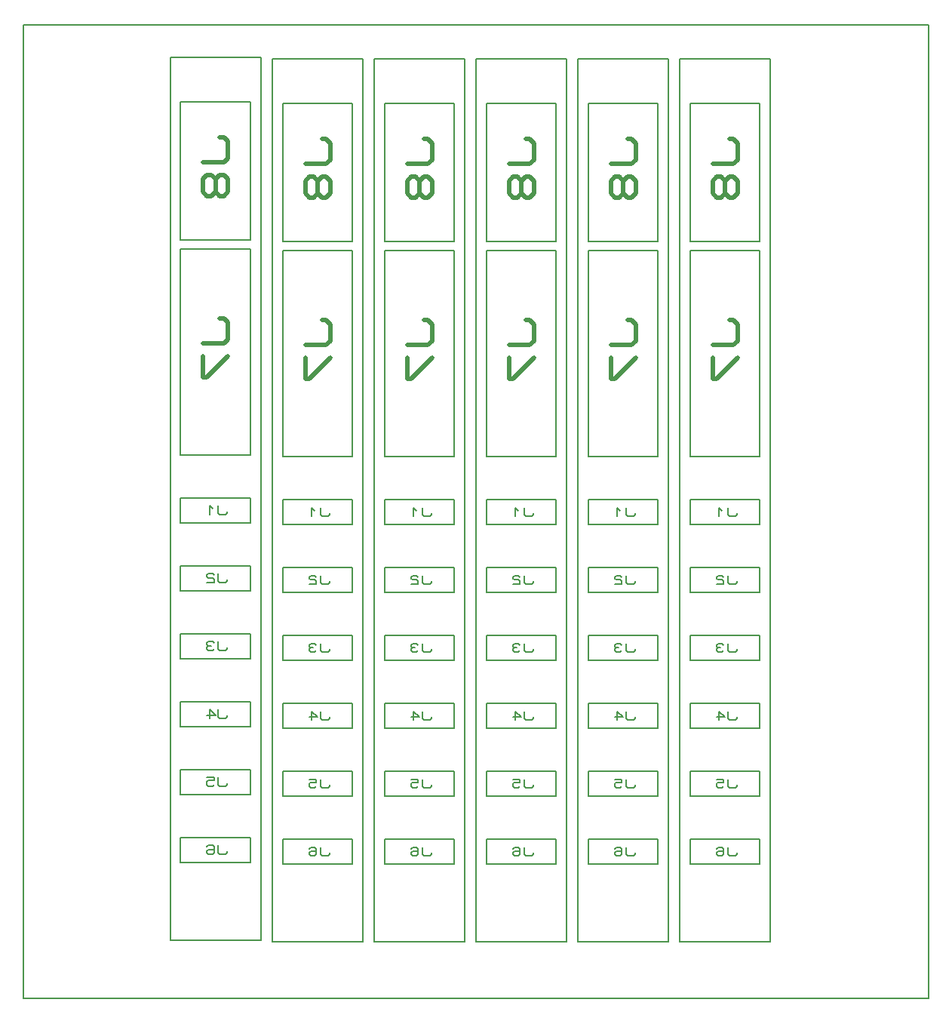
<source format=gbr>
G04 PROTEUS RS274X GERBER FILE*
%FSLAX45Y45*%
%MOMM*%
G01*
%ADD13C,0.203200*%
%ADD32C,0.469390*%
%ADD33C,0.164590*%
D13*
X-3435294Y-2648588D02*
X-2419294Y-2648588D01*
X-2419294Y+7257412D01*
X-3435294Y+7257412D01*
X-3435294Y-2648588D01*
X-3318454Y+5215252D02*
X-2536134Y+5215252D01*
X-2536134Y+6759572D01*
X-3318454Y+6759572D01*
X-3318454Y+5215252D01*
D32*
X-2880354Y+6362925D02*
X-2833415Y+6362925D01*
X-2786476Y+6315986D01*
X-2786476Y+6128230D01*
X-2833415Y+6081291D01*
X-3068111Y+6081291D01*
X-2927294Y+5893534D02*
X-2974233Y+5940473D01*
X-3021172Y+5940473D01*
X-3068111Y+5893534D01*
X-3068111Y+5752717D01*
X-3021172Y+5705778D01*
X-2974233Y+5705778D01*
X-2927294Y+5752717D01*
X-2927294Y+5893534D01*
X-2880354Y+5940473D01*
X-2833415Y+5940473D01*
X-2786476Y+5893534D01*
X-2786476Y+5752717D01*
X-2833415Y+5705778D01*
X-2880354Y+5705778D01*
X-2927294Y+5752717D01*
D13*
X-3318454Y+2802252D02*
X-2536134Y+2802252D01*
X-2536134Y+5108572D01*
X-3318454Y+5108572D01*
X-3318454Y+2802252D01*
D32*
X-2880354Y+4330925D02*
X-2833415Y+4330925D01*
X-2786476Y+4283986D01*
X-2786476Y+4096230D01*
X-2833415Y+4049291D01*
X-3068111Y+4049291D01*
X-3068111Y+3908473D02*
X-3068111Y+3673778D01*
X-3021172Y+3673778D01*
X-2786476Y+3908473D01*
D13*
X-3318454Y+2040252D02*
X-2536134Y+2040252D01*
X-2536134Y+2314572D01*
X-3318454Y+2314572D01*
X-3318454Y+2040252D01*
D33*
X-2795621Y+2160952D02*
X-2795621Y+2144493D01*
X-2812080Y+2128034D01*
X-2877916Y+2128034D01*
X-2894375Y+2144493D01*
X-2894375Y+2226789D01*
X-2960212Y+2193871D02*
X-2993130Y+2226789D01*
X-2993130Y+2128034D01*
D13*
X-3318454Y+1278252D02*
X-2536134Y+1278252D01*
X-2536134Y+1552572D01*
X-3318454Y+1552572D01*
X-3318454Y+1278252D01*
D33*
X-2795621Y+1398952D02*
X-2795621Y+1382493D01*
X-2812080Y+1366034D01*
X-2877916Y+1366034D01*
X-2894375Y+1382493D01*
X-2894375Y+1464789D01*
X-2943753Y+1448330D02*
X-2960212Y+1464789D01*
X-3009589Y+1464789D01*
X-3026048Y+1448330D01*
X-3026048Y+1431871D01*
X-3009589Y+1415412D01*
X-2960212Y+1415412D01*
X-2943753Y+1398952D01*
X-2943753Y+1366034D01*
X-3026048Y+1366034D01*
D13*
X-3318454Y+516252D02*
X-2536134Y+516252D01*
X-2536134Y+790572D01*
X-3318454Y+790572D01*
X-3318454Y+516252D01*
D33*
X-2795621Y+636952D02*
X-2795621Y+620493D01*
X-2812080Y+604034D01*
X-2877916Y+604034D01*
X-2894375Y+620493D01*
X-2894375Y+702789D01*
X-2943753Y+686330D02*
X-2960212Y+702789D01*
X-3009589Y+702789D01*
X-3026048Y+686330D01*
X-3026048Y+669871D01*
X-3009589Y+653412D01*
X-3026048Y+636952D01*
X-3026048Y+620493D01*
X-3009589Y+604034D01*
X-2960212Y+604034D01*
X-2943753Y+620493D01*
X-2976671Y+653412D02*
X-3009589Y+653412D01*
D13*
X-3318454Y-245748D02*
X-2536134Y-245748D01*
X-2536134Y+28572D01*
X-3318454Y+28572D01*
X-3318454Y-245748D01*
D33*
X-2795621Y-125048D02*
X-2795621Y-141507D01*
X-2812080Y-157966D01*
X-2877916Y-157966D01*
X-2894375Y-141507D01*
X-2894375Y-59211D01*
X-3026048Y-125048D02*
X-2927294Y-125048D01*
X-2993130Y-59211D01*
X-2993130Y-157966D01*
D13*
X-3318454Y-1007748D02*
X-2536134Y-1007748D01*
X-2536134Y-733428D01*
X-3318454Y-733428D01*
X-3318454Y-1007748D01*
D33*
X-2795621Y-887048D02*
X-2795621Y-903507D01*
X-2812080Y-919966D01*
X-2877916Y-919966D01*
X-2894375Y-903507D01*
X-2894375Y-821211D01*
X-3026048Y-821211D02*
X-2943753Y-821211D01*
X-2943753Y-854129D01*
X-3009589Y-854129D01*
X-3026048Y-870588D01*
X-3026048Y-903507D01*
X-3009589Y-919966D01*
X-2960212Y-919966D01*
X-2943753Y-903507D01*
D13*
X-3318454Y-1769748D02*
X-2536134Y-1769748D01*
X-2536134Y-1495428D01*
X-3318454Y-1495428D01*
X-3318454Y-1769748D01*
D33*
X-2795621Y-1649048D02*
X-2795621Y-1665507D01*
X-2812080Y-1681966D01*
X-2877916Y-1681966D01*
X-2894375Y-1665507D01*
X-2894375Y-1583211D01*
X-3026048Y-1599670D02*
X-3009589Y-1583211D01*
X-2960212Y-1583211D01*
X-2943753Y-1599670D01*
X-2943753Y-1665507D01*
X-2960212Y-1681966D01*
X-3009589Y-1681966D01*
X-3026048Y-1665507D01*
X-3026048Y-1649048D01*
X-3009589Y-1632588D01*
X-2943753Y-1632588D01*
X-2943753Y-1632588D01*
D13*
X-2286000Y-2667000D02*
X-1270000Y-2667000D01*
X-1270000Y+7239000D01*
X-2286000Y+7239000D01*
X-2286000Y-2667000D01*
X-2169160Y+5196840D02*
X-1386840Y+5196840D01*
X-1386840Y+6741160D01*
X-2169160Y+6741160D01*
X-2169160Y+5196840D01*
D32*
X-1731060Y+6344513D02*
X-1684121Y+6344513D01*
X-1637182Y+6297574D01*
X-1637182Y+6109818D01*
X-1684121Y+6062879D01*
X-1918817Y+6062879D01*
X-1778000Y+5875122D02*
X-1824939Y+5922061D01*
X-1871878Y+5922061D01*
X-1918817Y+5875122D01*
X-1918817Y+5734305D01*
X-1871878Y+5687366D01*
X-1824939Y+5687366D01*
X-1778000Y+5734305D01*
X-1778000Y+5875122D01*
X-1731060Y+5922061D01*
X-1684121Y+5922061D01*
X-1637182Y+5875122D01*
X-1637182Y+5734305D01*
X-1684121Y+5687366D01*
X-1731060Y+5687366D01*
X-1778000Y+5734305D01*
D13*
X-2169160Y+2783840D02*
X-1386840Y+2783840D01*
X-1386840Y+5090160D01*
X-2169160Y+5090160D01*
X-2169160Y+2783840D01*
D32*
X-1731060Y+4312513D02*
X-1684121Y+4312513D01*
X-1637182Y+4265574D01*
X-1637182Y+4077818D01*
X-1684121Y+4030879D01*
X-1918817Y+4030879D01*
X-1918817Y+3890061D02*
X-1918817Y+3655366D01*
X-1871878Y+3655366D01*
X-1637182Y+3890061D01*
D13*
X-2169160Y+2021840D02*
X-1386840Y+2021840D01*
X-1386840Y+2296160D01*
X-2169160Y+2296160D01*
X-2169160Y+2021840D01*
D33*
X-1646327Y+2142540D02*
X-1646327Y+2126081D01*
X-1662786Y+2109622D01*
X-1728622Y+2109622D01*
X-1745081Y+2126081D01*
X-1745081Y+2208377D01*
X-1810918Y+2175459D02*
X-1843836Y+2208377D01*
X-1843836Y+2109622D01*
D13*
X-2169160Y+1259840D02*
X-1386840Y+1259840D01*
X-1386840Y+1534160D01*
X-2169160Y+1534160D01*
X-2169160Y+1259840D01*
D33*
X-1646327Y+1380540D02*
X-1646327Y+1364081D01*
X-1662786Y+1347622D01*
X-1728622Y+1347622D01*
X-1745081Y+1364081D01*
X-1745081Y+1446377D01*
X-1794459Y+1429918D02*
X-1810918Y+1446377D01*
X-1860295Y+1446377D01*
X-1876754Y+1429918D01*
X-1876754Y+1413459D01*
X-1860295Y+1397000D01*
X-1810918Y+1397000D01*
X-1794459Y+1380540D01*
X-1794459Y+1347622D01*
X-1876754Y+1347622D01*
D13*
X-2169160Y+497840D02*
X-1386840Y+497840D01*
X-1386840Y+772160D01*
X-2169160Y+772160D01*
X-2169160Y+497840D01*
D33*
X-1646327Y+618540D02*
X-1646327Y+602081D01*
X-1662786Y+585622D01*
X-1728622Y+585622D01*
X-1745081Y+602081D01*
X-1745081Y+684377D01*
X-1794459Y+667918D02*
X-1810918Y+684377D01*
X-1860295Y+684377D01*
X-1876754Y+667918D01*
X-1876754Y+651459D01*
X-1860295Y+635000D01*
X-1876754Y+618540D01*
X-1876754Y+602081D01*
X-1860295Y+585622D01*
X-1810918Y+585622D01*
X-1794459Y+602081D01*
X-1827377Y+635000D02*
X-1860295Y+635000D01*
D13*
X-2169160Y-264160D02*
X-1386840Y-264160D01*
X-1386840Y+10160D01*
X-2169160Y+10160D01*
X-2169160Y-264160D01*
D33*
X-1646327Y-143460D02*
X-1646327Y-159919D01*
X-1662786Y-176378D01*
X-1728622Y-176378D01*
X-1745081Y-159919D01*
X-1745081Y-77623D01*
X-1876754Y-143460D02*
X-1778000Y-143460D01*
X-1843836Y-77623D01*
X-1843836Y-176378D01*
D13*
X-2169160Y-1026160D02*
X-1386840Y-1026160D01*
X-1386840Y-751840D01*
X-2169160Y-751840D01*
X-2169160Y-1026160D01*
D33*
X-1646327Y-905460D02*
X-1646327Y-921919D01*
X-1662786Y-938378D01*
X-1728622Y-938378D01*
X-1745081Y-921919D01*
X-1745081Y-839623D01*
X-1876754Y-839623D02*
X-1794459Y-839623D01*
X-1794459Y-872541D01*
X-1860295Y-872541D01*
X-1876754Y-889000D01*
X-1876754Y-921919D01*
X-1860295Y-938378D01*
X-1810918Y-938378D01*
X-1794459Y-921919D01*
D13*
X-2169160Y-1788160D02*
X-1386840Y-1788160D01*
X-1386840Y-1513840D01*
X-2169160Y-1513840D01*
X-2169160Y-1788160D01*
D33*
X-1646327Y-1667460D02*
X-1646327Y-1683919D01*
X-1662786Y-1700378D01*
X-1728622Y-1700378D01*
X-1745081Y-1683919D01*
X-1745081Y-1601623D01*
X-1876754Y-1618082D02*
X-1860295Y-1601623D01*
X-1810918Y-1601623D01*
X-1794459Y-1618082D01*
X-1794459Y-1683919D01*
X-1810918Y-1700378D01*
X-1860295Y-1700378D01*
X-1876754Y-1683919D01*
X-1876754Y-1667460D01*
X-1860295Y-1651000D01*
X-1794459Y-1651000D01*
X-1794459Y-1651000D01*
D13*
X-1143000Y-2667000D02*
X-127000Y-2667000D01*
X-127000Y+7239000D01*
X-1143000Y+7239000D01*
X-1143000Y-2667000D01*
X-1026160Y+5196840D02*
X-243840Y+5196840D01*
X-243840Y+6741160D01*
X-1026160Y+6741160D01*
X-1026160Y+5196840D01*
D32*
X-588060Y+6344513D02*
X-541121Y+6344513D01*
X-494182Y+6297574D01*
X-494182Y+6109818D01*
X-541121Y+6062879D01*
X-775817Y+6062879D01*
X-635000Y+5875122D02*
X-681939Y+5922061D01*
X-728878Y+5922061D01*
X-775817Y+5875122D01*
X-775817Y+5734305D01*
X-728878Y+5687366D01*
X-681939Y+5687366D01*
X-635000Y+5734305D01*
X-635000Y+5875122D01*
X-588060Y+5922061D01*
X-541121Y+5922061D01*
X-494182Y+5875122D01*
X-494182Y+5734305D01*
X-541121Y+5687366D01*
X-588060Y+5687366D01*
X-635000Y+5734305D01*
D13*
X-1026160Y+2783840D02*
X-243840Y+2783840D01*
X-243840Y+5090160D01*
X-1026160Y+5090160D01*
X-1026160Y+2783840D01*
D32*
X-588060Y+4312513D02*
X-541121Y+4312513D01*
X-494182Y+4265574D01*
X-494182Y+4077818D01*
X-541121Y+4030879D01*
X-775817Y+4030879D01*
X-775817Y+3890061D02*
X-775817Y+3655366D01*
X-728878Y+3655366D01*
X-494182Y+3890061D01*
D13*
X-1026160Y+2021840D02*
X-243840Y+2021840D01*
X-243840Y+2296160D01*
X-1026160Y+2296160D01*
X-1026160Y+2021840D01*
D33*
X-503327Y+2142540D02*
X-503327Y+2126081D01*
X-519786Y+2109622D01*
X-585622Y+2109622D01*
X-602081Y+2126081D01*
X-602081Y+2208377D01*
X-667918Y+2175459D02*
X-700836Y+2208377D01*
X-700836Y+2109622D01*
D13*
X-1026160Y+1259840D02*
X-243840Y+1259840D01*
X-243840Y+1534160D01*
X-1026160Y+1534160D01*
X-1026160Y+1259840D01*
D33*
X-503327Y+1380540D02*
X-503327Y+1364081D01*
X-519786Y+1347622D01*
X-585622Y+1347622D01*
X-602081Y+1364081D01*
X-602081Y+1446377D01*
X-651459Y+1429918D02*
X-667918Y+1446377D01*
X-717295Y+1446377D01*
X-733754Y+1429918D01*
X-733754Y+1413459D01*
X-717295Y+1397000D01*
X-667918Y+1397000D01*
X-651459Y+1380540D01*
X-651459Y+1347622D01*
X-733754Y+1347622D01*
D13*
X-1026160Y+497840D02*
X-243840Y+497840D01*
X-243840Y+772160D01*
X-1026160Y+772160D01*
X-1026160Y+497840D01*
D33*
X-503327Y+618540D02*
X-503327Y+602081D01*
X-519786Y+585622D01*
X-585622Y+585622D01*
X-602081Y+602081D01*
X-602081Y+684377D01*
X-651459Y+667918D02*
X-667918Y+684377D01*
X-717295Y+684377D01*
X-733754Y+667918D01*
X-733754Y+651459D01*
X-717295Y+635000D01*
X-733754Y+618540D01*
X-733754Y+602081D01*
X-717295Y+585622D01*
X-667918Y+585622D01*
X-651459Y+602081D01*
X-684377Y+635000D02*
X-717295Y+635000D01*
D13*
X-1026160Y-264160D02*
X-243840Y-264160D01*
X-243840Y+10160D01*
X-1026160Y+10160D01*
X-1026160Y-264160D01*
D33*
X-503327Y-143460D02*
X-503327Y-159919D01*
X-519786Y-176378D01*
X-585622Y-176378D01*
X-602081Y-159919D01*
X-602081Y-77623D01*
X-733754Y-143460D02*
X-635000Y-143460D01*
X-700836Y-77623D01*
X-700836Y-176378D01*
D13*
X-1026160Y-1026160D02*
X-243840Y-1026160D01*
X-243840Y-751840D01*
X-1026160Y-751840D01*
X-1026160Y-1026160D01*
D33*
X-503327Y-905460D02*
X-503327Y-921919D01*
X-519786Y-938378D01*
X-585622Y-938378D01*
X-602081Y-921919D01*
X-602081Y-839623D01*
X-733754Y-839623D02*
X-651459Y-839623D01*
X-651459Y-872541D01*
X-717295Y-872541D01*
X-733754Y-889000D01*
X-733754Y-921919D01*
X-717295Y-938378D01*
X-667918Y-938378D01*
X-651459Y-921919D01*
D13*
X-1026160Y-1788160D02*
X-243840Y-1788160D01*
X-243840Y-1513840D01*
X-1026160Y-1513840D01*
X-1026160Y-1788160D01*
D33*
X-503327Y-1667460D02*
X-503327Y-1683919D01*
X-519786Y-1700378D01*
X-585622Y-1700378D01*
X-602081Y-1683919D01*
X-602081Y-1601623D01*
X-733754Y-1618082D02*
X-717295Y-1601623D01*
X-667918Y-1601623D01*
X-651459Y-1618082D01*
X-651459Y-1683919D01*
X-667918Y-1700378D01*
X-717295Y-1700378D01*
X-733754Y-1683919D01*
X-733754Y-1667460D01*
X-717295Y-1651000D01*
X-651459Y-1651000D01*
X-651459Y-1651000D01*
D13*
X+0Y-2667000D02*
X+1016000Y-2667000D01*
X+1016000Y+7239000D01*
X+0Y+7239000D01*
X+0Y-2667000D01*
X+116840Y+5196840D02*
X+899160Y+5196840D01*
X+899160Y+6741160D01*
X+116840Y+6741160D01*
X+116840Y+5196840D01*
D32*
X+554940Y+6344513D02*
X+601879Y+6344513D01*
X+648818Y+6297574D01*
X+648818Y+6109818D01*
X+601879Y+6062879D01*
X+367183Y+6062879D01*
X+508000Y+5875122D02*
X+461061Y+5922061D01*
X+414122Y+5922061D01*
X+367183Y+5875122D01*
X+367183Y+5734305D01*
X+414122Y+5687366D01*
X+461061Y+5687366D01*
X+508000Y+5734305D01*
X+508000Y+5875122D01*
X+554940Y+5922061D01*
X+601879Y+5922061D01*
X+648818Y+5875122D01*
X+648818Y+5734305D01*
X+601879Y+5687366D01*
X+554940Y+5687366D01*
X+508000Y+5734305D01*
D13*
X+116840Y+2783840D02*
X+899160Y+2783840D01*
X+899160Y+5090160D01*
X+116840Y+5090160D01*
X+116840Y+2783840D01*
D32*
X+554940Y+4312513D02*
X+601879Y+4312513D01*
X+648818Y+4265574D01*
X+648818Y+4077818D01*
X+601879Y+4030879D01*
X+367183Y+4030879D01*
X+367183Y+3890061D02*
X+367183Y+3655366D01*
X+414122Y+3655366D01*
X+648818Y+3890061D01*
D13*
X+116840Y+2021840D02*
X+899160Y+2021840D01*
X+899160Y+2296160D01*
X+116840Y+2296160D01*
X+116840Y+2021840D01*
D33*
X+639673Y+2142540D02*
X+639673Y+2126081D01*
X+623214Y+2109622D01*
X+557378Y+2109622D01*
X+540919Y+2126081D01*
X+540919Y+2208377D01*
X+475082Y+2175459D02*
X+442164Y+2208377D01*
X+442164Y+2109622D01*
D13*
X+116840Y+1259840D02*
X+899160Y+1259840D01*
X+899160Y+1534160D01*
X+116840Y+1534160D01*
X+116840Y+1259840D01*
D33*
X+639673Y+1380540D02*
X+639673Y+1364081D01*
X+623214Y+1347622D01*
X+557378Y+1347622D01*
X+540919Y+1364081D01*
X+540919Y+1446377D01*
X+491541Y+1429918D02*
X+475082Y+1446377D01*
X+425705Y+1446377D01*
X+409246Y+1429918D01*
X+409246Y+1413459D01*
X+425705Y+1397000D01*
X+475082Y+1397000D01*
X+491541Y+1380540D01*
X+491541Y+1347622D01*
X+409246Y+1347622D01*
D13*
X+116840Y+497840D02*
X+899160Y+497840D01*
X+899160Y+772160D01*
X+116840Y+772160D01*
X+116840Y+497840D01*
D33*
X+639673Y+618540D02*
X+639673Y+602081D01*
X+623214Y+585622D01*
X+557378Y+585622D01*
X+540919Y+602081D01*
X+540919Y+684377D01*
X+491541Y+667918D02*
X+475082Y+684377D01*
X+425705Y+684377D01*
X+409246Y+667918D01*
X+409246Y+651459D01*
X+425705Y+635000D01*
X+409246Y+618540D01*
X+409246Y+602081D01*
X+425705Y+585622D01*
X+475082Y+585622D01*
X+491541Y+602081D01*
X+458623Y+635000D02*
X+425705Y+635000D01*
D13*
X+116840Y-264160D02*
X+899160Y-264160D01*
X+899160Y+10160D01*
X+116840Y+10160D01*
X+116840Y-264160D01*
D33*
X+639673Y-143460D02*
X+639673Y-159919D01*
X+623214Y-176378D01*
X+557378Y-176378D01*
X+540919Y-159919D01*
X+540919Y-77623D01*
X+409246Y-143460D02*
X+508000Y-143460D01*
X+442164Y-77623D01*
X+442164Y-176378D01*
D13*
X+116840Y-1026160D02*
X+899160Y-1026160D01*
X+899160Y-751840D01*
X+116840Y-751840D01*
X+116840Y-1026160D01*
D33*
X+639673Y-905460D02*
X+639673Y-921919D01*
X+623214Y-938378D01*
X+557378Y-938378D01*
X+540919Y-921919D01*
X+540919Y-839623D01*
X+409246Y-839623D02*
X+491541Y-839623D01*
X+491541Y-872541D01*
X+425705Y-872541D01*
X+409246Y-889000D01*
X+409246Y-921919D01*
X+425705Y-938378D01*
X+475082Y-938378D01*
X+491541Y-921919D01*
D13*
X+116840Y-1788160D02*
X+899160Y-1788160D01*
X+899160Y-1513840D01*
X+116840Y-1513840D01*
X+116840Y-1788160D01*
D33*
X+639673Y-1667460D02*
X+639673Y-1683919D01*
X+623214Y-1700378D01*
X+557378Y-1700378D01*
X+540919Y-1683919D01*
X+540919Y-1601623D01*
X+409246Y-1618082D02*
X+425705Y-1601623D01*
X+475082Y-1601623D01*
X+491541Y-1618082D01*
X+491541Y-1683919D01*
X+475082Y-1700378D01*
X+425705Y-1700378D01*
X+409246Y-1683919D01*
X+409246Y-1667460D01*
X+425705Y-1651000D01*
X+491541Y-1651000D01*
X+491541Y-1651000D01*
D13*
X+1143000Y-2667000D02*
X+2159000Y-2667000D01*
X+2159000Y+7239000D01*
X+1143000Y+7239000D01*
X+1143000Y-2667000D01*
X+1259840Y+5196840D02*
X+2042160Y+5196840D01*
X+2042160Y+6741160D01*
X+1259840Y+6741160D01*
X+1259840Y+5196840D01*
D32*
X+1697940Y+6344513D02*
X+1744879Y+6344513D01*
X+1791818Y+6297574D01*
X+1791818Y+6109818D01*
X+1744879Y+6062879D01*
X+1510183Y+6062879D01*
X+1651000Y+5875122D02*
X+1604061Y+5922061D01*
X+1557122Y+5922061D01*
X+1510183Y+5875122D01*
X+1510183Y+5734305D01*
X+1557122Y+5687366D01*
X+1604061Y+5687366D01*
X+1651000Y+5734305D01*
X+1651000Y+5875122D01*
X+1697940Y+5922061D01*
X+1744879Y+5922061D01*
X+1791818Y+5875122D01*
X+1791818Y+5734305D01*
X+1744879Y+5687366D01*
X+1697940Y+5687366D01*
X+1651000Y+5734305D01*
D13*
X+1259840Y+2783840D02*
X+2042160Y+2783840D01*
X+2042160Y+5090160D01*
X+1259840Y+5090160D01*
X+1259840Y+2783840D01*
D32*
X+1697940Y+4312513D02*
X+1744879Y+4312513D01*
X+1791818Y+4265574D01*
X+1791818Y+4077818D01*
X+1744879Y+4030879D01*
X+1510183Y+4030879D01*
X+1510183Y+3890061D02*
X+1510183Y+3655366D01*
X+1557122Y+3655366D01*
X+1791818Y+3890061D01*
D13*
X+1259840Y+2021840D02*
X+2042160Y+2021840D01*
X+2042160Y+2296160D01*
X+1259840Y+2296160D01*
X+1259840Y+2021840D01*
D33*
X+1782673Y+2142540D02*
X+1782673Y+2126081D01*
X+1766214Y+2109622D01*
X+1700378Y+2109622D01*
X+1683919Y+2126081D01*
X+1683919Y+2208377D01*
X+1618082Y+2175459D02*
X+1585164Y+2208377D01*
X+1585164Y+2109622D01*
D13*
X+1259840Y+1259840D02*
X+2042160Y+1259840D01*
X+2042160Y+1534160D01*
X+1259840Y+1534160D01*
X+1259840Y+1259840D01*
D33*
X+1782673Y+1380540D02*
X+1782673Y+1364081D01*
X+1766214Y+1347622D01*
X+1700378Y+1347622D01*
X+1683919Y+1364081D01*
X+1683919Y+1446377D01*
X+1634541Y+1429918D02*
X+1618082Y+1446377D01*
X+1568705Y+1446377D01*
X+1552246Y+1429918D01*
X+1552246Y+1413459D01*
X+1568705Y+1397000D01*
X+1618082Y+1397000D01*
X+1634541Y+1380540D01*
X+1634541Y+1347622D01*
X+1552246Y+1347622D01*
D13*
X+1259840Y+497840D02*
X+2042160Y+497840D01*
X+2042160Y+772160D01*
X+1259840Y+772160D01*
X+1259840Y+497840D01*
D33*
X+1782673Y+618540D02*
X+1782673Y+602081D01*
X+1766214Y+585622D01*
X+1700378Y+585622D01*
X+1683919Y+602081D01*
X+1683919Y+684377D01*
X+1634541Y+667918D02*
X+1618082Y+684377D01*
X+1568705Y+684377D01*
X+1552246Y+667918D01*
X+1552246Y+651459D01*
X+1568705Y+635000D01*
X+1552246Y+618540D01*
X+1552246Y+602081D01*
X+1568705Y+585622D01*
X+1618082Y+585622D01*
X+1634541Y+602081D01*
X+1601623Y+635000D02*
X+1568705Y+635000D01*
D13*
X+1259840Y-264160D02*
X+2042160Y-264160D01*
X+2042160Y+10160D01*
X+1259840Y+10160D01*
X+1259840Y-264160D01*
D33*
X+1782673Y-143460D02*
X+1782673Y-159919D01*
X+1766214Y-176378D01*
X+1700378Y-176378D01*
X+1683919Y-159919D01*
X+1683919Y-77623D01*
X+1552246Y-143460D02*
X+1651000Y-143460D01*
X+1585164Y-77623D01*
X+1585164Y-176378D01*
D13*
X+1259840Y-1026160D02*
X+2042160Y-1026160D01*
X+2042160Y-751840D01*
X+1259840Y-751840D01*
X+1259840Y-1026160D01*
D33*
X+1782673Y-905460D02*
X+1782673Y-921919D01*
X+1766214Y-938378D01*
X+1700378Y-938378D01*
X+1683919Y-921919D01*
X+1683919Y-839623D01*
X+1552246Y-839623D02*
X+1634541Y-839623D01*
X+1634541Y-872541D01*
X+1568705Y-872541D01*
X+1552246Y-889000D01*
X+1552246Y-921919D01*
X+1568705Y-938378D01*
X+1618082Y-938378D01*
X+1634541Y-921919D01*
D13*
X+1259840Y-1788160D02*
X+2042160Y-1788160D01*
X+2042160Y-1513840D01*
X+1259840Y-1513840D01*
X+1259840Y-1788160D01*
D33*
X+1782673Y-1667460D02*
X+1782673Y-1683919D01*
X+1766214Y-1700378D01*
X+1700378Y-1700378D01*
X+1683919Y-1683919D01*
X+1683919Y-1601623D01*
X+1552246Y-1618082D02*
X+1568705Y-1601623D01*
X+1618082Y-1601623D01*
X+1634541Y-1618082D01*
X+1634541Y-1683919D01*
X+1618082Y-1700378D01*
X+1568705Y-1700378D01*
X+1552246Y-1683919D01*
X+1552246Y-1667460D01*
X+1568705Y-1651000D01*
X+1634541Y-1651000D01*
X+1634541Y-1651000D01*
D13*
X+2286000Y-2667000D02*
X+3302000Y-2667000D01*
X+3302000Y+7239000D01*
X+2286000Y+7239000D01*
X+2286000Y-2667000D01*
X+2402840Y+5196840D02*
X+3185160Y+5196840D01*
X+3185160Y+6741160D01*
X+2402840Y+6741160D01*
X+2402840Y+5196840D01*
D32*
X+2840940Y+6344513D02*
X+2887879Y+6344513D01*
X+2934818Y+6297574D01*
X+2934818Y+6109818D01*
X+2887879Y+6062879D01*
X+2653183Y+6062879D01*
X+2794000Y+5875122D02*
X+2747061Y+5922061D01*
X+2700122Y+5922061D01*
X+2653183Y+5875122D01*
X+2653183Y+5734305D01*
X+2700122Y+5687366D01*
X+2747061Y+5687366D01*
X+2794000Y+5734305D01*
X+2794000Y+5875122D01*
X+2840940Y+5922061D01*
X+2887879Y+5922061D01*
X+2934818Y+5875122D01*
X+2934818Y+5734305D01*
X+2887879Y+5687366D01*
X+2840940Y+5687366D01*
X+2794000Y+5734305D01*
D13*
X+2402840Y+2783840D02*
X+3185160Y+2783840D01*
X+3185160Y+5090160D01*
X+2402840Y+5090160D01*
X+2402840Y+2783840D01*
D32*
X+2840940Y+4312513D02*
X+2887879Y+4312513D01*
X+2934818Y+4265574D01*
X+2934818Y+4077818D01*
X+2887879Y+4030879D01*
X+2653183Y+4030879D01*
X+2653183Y+3890061D02*
X+2653183Y+3655366D01*
X+2700122Y+3655366D01*
X+2934818Y+3890061D01*
D13*
X+2402840Y+2021840D02*
X+3185160Y+2021840D01*
X+3185160Y+2296160D01*
X+2402840Y+2296160D01*
X+2402840Y+2021840D01*
D33*
X+2925673Y+2142540D02*
X+2925673Y+2126081D01*
X+2909214Y+2109622D01*
X+2843378Y+2109622D01*
X+2826919Y+2126081D01*
X+2826919Y+2208377D01*
X+2761082Y+2175459D02*
X+2728164Y+2208377D01*
X+2728164Y+2109622D01*
D13*
X+2402840Y+1259840D02*
X+3185160Y+1259840D01*
X+3185160Y+1534160D01*
X+2402840Y+1534160D01*
X+2402840Y+1259840D01*
D33*
X+2925673Y+1380540D02*
X+2925673Y+1364081D01*
X+2909214Y+1347622D01*
X+2843378Y+1347622D01*
X+2826919Y+1364081D01*
X+2826919Y+1446377D01*
X+2777541Y+1429918D02*
X+2761082Y+1446377D01*
X+2711705Y+1446377D01*
X+2695246Y+1429918D01*
X+2695246Y+1413459D01*
X+2711705Y+1397000D01*
X+2761082Y+1397000D01*
X+2777541Y+1380540D01*
X+2777541Y+1347622D01*
X+2695246Y+1347622D01*
D13*
X+2402840Y+497840D02*
X+3185160Y+497840D01*
X+3185160Y+772160D01*
X+2402840Y+772160D01*
X+2402840Y+497840D01*
D33*
X+2925673Y+618540D02*
X+2925673Y+602081D01*
X+2909214Y+585622D01*
X+2843378Y+585622D01*
X+2826919Y+602081D01*
X+2826919Y+684377D01*
X+2777541Y+667918D02*
X+2761082Y+684377D01*
X+2711705Y+684377D01*
X+2695246Y+667918D01*
X+2695246Y+651459D01*
X+2711705Y+635000D01*
X+2695246Y+618540D01*
X+2695246Y+602081D01*
X+2711705Y+585622D01*
X+2761082Y+585622D01*
X+2777541Y+602081D01*
X+2744623Y+635000D02*
X+2711705Y+635000D01*
D13*
X+2402840Y-264160D02*
X+3185160Y-264160D01*
X+3185160Y+10160D01*
X+2402840Y+10160D01*
X+2402840Y-264160D01*
D33*
X+2925673Y-143460D02*
X+2925673Y-159919D01*
X+2909214Y-176378D01*
X+2843378Y-176378D01*
X+2826919Y-159919D01*
X+2826919Y-77623D01*
X+2695246Y-143460D02*
X+2794000Y-143460D01*
X+2728164Y-77623D01*
X+2728164Y-176378D01*
D13*
X+2402840Y-1026160D02*
X+3185160Y-1026160D01*
X+3185160Y-751840D01*
X+2402840Y-751840D01*
X+2402840Y-1026160D01*
D33*
X+2925673Y-905460D02*
X+2925673Y-921919D01*
X+2909214Y-938378D01*
X+2843378Y-938378D01*
X+2826919Y-921919D01*
X+2826919Y-839623D01*
X+2695246Y-839623D02*
X+2777541Y-839623D01*
X+2777541Y-872541D01*
X+2711705Y-872541D01*
X+2695246Y-889000D01*
X+2695246Y-921919D01*
X+2711705Y-938378D01*
X+2761082Y-938378D01*
X+2777541Y-921919D01*
D13*
X+2402840Y-1788160D02*
X+3185160Y-1788160D01*
X+3185160Y-1513840D01*
X+2402840Y-1513840D01*
X+2402840Y-1788160D01*
D33*
X+2925673Y-1667460D02*
X+2925673Y-1683919D01*
X+2909214Y-1700378D01*
X+2843378Y-1700378D01*
X+2826919Y-1683919D01*
X+2826919Y-1601623D01*
X+2695246Y-1618082D02*
X+2711705Y-1601623D01*
X+2761082Y-1601623D01*
X+2777541Y-1618082D01*
X+2777541Y-1683919D01*
X+2761082Y-1700378D01*
X+2711705Y-1700378D01*
X+2695246Y-1683919D01*
X+2695246Y-1667460D01*
X+2711705Y-1651000D01*
X+2777541Y-1651000D01*
X+2777541Y-1651000D01*
D13*
X-5080000Y-3302000D02*
X+5080000Y-3302000D01*
X+5080000Y+7620000D01*
X-5080000Y+7620000D01*
X-5080000Y-3302000D01*
M02*

</source>
